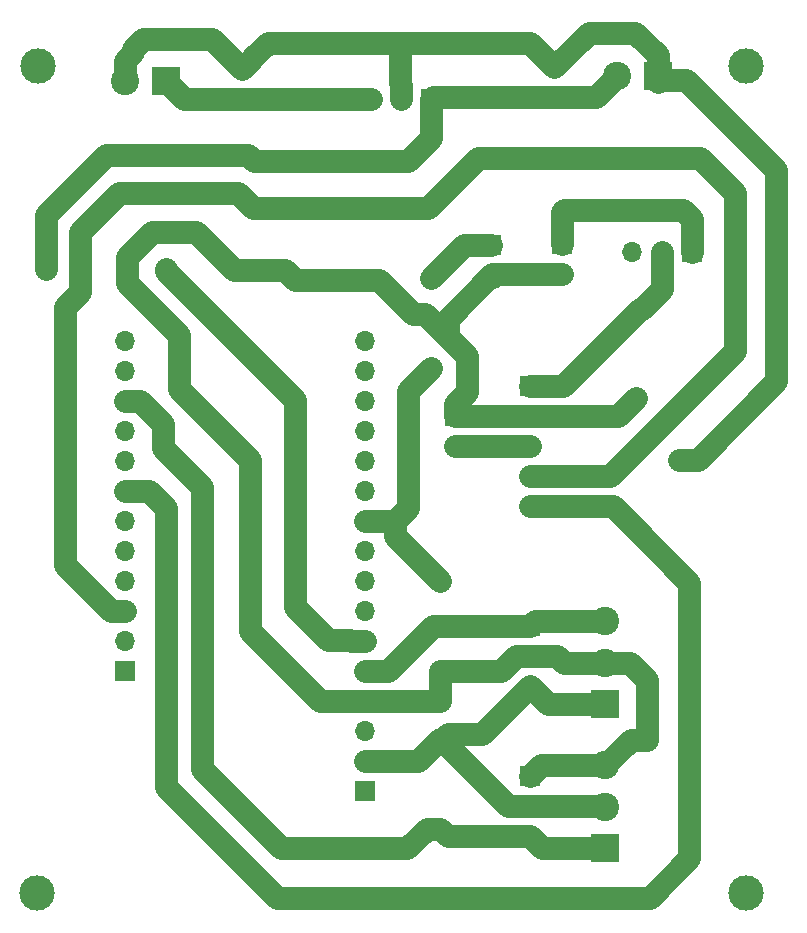
<source format=gbr>
G04 #@! TF.GenerationSoftware,KiCad,Pcbnew,5.0.2-bee76a0~70~ubuntu18.04.1*
G04 #@! TF.CreationDate,2019-07-28T23:16:02-04:00*
G04 #@! TF.ProjectId,knuth-gateway,6b6e7574-682d-4676-9174-657761792e6b,rev?*
G04 #@! TF.SameCoordinates,Original*
G04 #@! TF.FileFunction,Copper,L2,Bot*
G04 #@! TF.FilePolarity,Positive*
%FSLAX46Y46*%
G04 Gerber Fmt 4.6, Leading zero omitted, Abs format (unit mm)*
G04 Created by KiCad (PCBNEW 5.0.2-bee76a0~70~ubuntu18.04.1) date Sun 28 Jul 2019 11:16:02 PM EDT*
%MOMM*%
%LPD*%
G01*
G04 APERTURE LIST*
G04 #@! TA.AperFunction,ComponentPad*
%ADD10R,1.700000X1.700000*%
G04 #@! TD*
G04 #@! TA.AperFunction,ComponentPad*
%ADD11O,1.700000X1.700000*%
G04 #@! TD*
G04 #@! TA.AperFunction,ComponentPad*
%ADD12O,1.600000X1.600000*%
G04 #@! TD*
G04 #@! TA.AperFunction,ComponentPad*
%ADD13C,1.600000*%
G04 #@! TD*
G04 #@! TA.AperFunction,ComponentPad*
%ADD14C,2.400000*%
G04 #@! TD*
G04 #@! TA.AperFunction,ComponentPad*
%ADD15R,2.400000X2.400000*%
G04 #@! TD*
G04 #@! TA.AperFunction,ViaPad*
%ADD16C,3.000000*%
G04 #@! TD*
G04 #@! TA.AperFunction,ViaPad*
%ADD17C,1.778000*%
G04 #@! TD*
G04 #@! TA.AperFunction,Conductor*
%ADD18C,1.905000*%
G04 #@! TD*
G04 APERTURE END LIST*
D10*
G04 #@! TO.P,R_Delay1,1*
G04 #@! TO.N,GND*
X246380000Y-81280000D03*
D11*
G04 #@! TO.P,R_Delay1,2*
G04 #@! TO.N,Net-(R_Delay1-Pad2)*
X246380000Y-83820000D03*
G04 #@! TD*
D10*
G04 #@! TO.P,U4,1*
G04 #@! TO.N,SWITCHED_LOAD*
X252730000Y-78740000D03*
D11*
G04 #@! TO.P,U4,2*
G04 #@! TO.N,GND*
X252730000Y-81280000D03*
G04 #@! TO.P,U4,3*
G04 #@! TO.N,Net-(R_Delay1-Pad2)*
X252730000Y-83820000D03*
G04 #@! TO.P,U4,4*
G04 #@! TO.N,VBUS*
X252730000Y-86360000D03*
G04 #@! TO.P,U4,5*
G04 #@! TO.N,D10*
X252730000Y-88900000D03*
G04 #@! TD*
G04 #@! TO.P,1-Wire1,3*
G04 #@! TO.N,D5*
X252730000Y-116840000D03*
G04 #@! TO.P,1-Wire1,2*
G04 #@! TO.N,+3V3*
X252730000Y-114300000D03*
D10*
G04 #@! TO.P,1-Wire1,1*
G04 #@! TO.N,GND*
X252730000Y-111760000D03*
G04 #@! TD*
G04 #@! TO.P,EC-5,1*
G04 #@! TO.N,A0*
X252730000Y-99060000D03*
D11*
G04 #@! TO.P,EC-5,2*
G04 #@! TO.N,GND*
X252730000Y-101600000D03*
G04 #@! TO.P,EC-5,3*
G04 #@! TO.N,+3V3*
X252730000Y-104140000D03*
G04 #@! TD*
D10*
G04 #@! TO.P,J1,1*
G04 #@! TO.N,N/C*
X218440000Y-102870000D03*
D11*
G04 #@! TO.P,J1,2*
X218440000Y-100330000D03*
G04 #@! TO.P,J1,3*
G04 #@! TO.N,VBUS*
X218440000Y-97790000D03*
G04 #@! TO.P,J1,4*
G04 #@! TO.N,N/C*
X218440000Y-95250000D03*
G04 #@! TO.P,J1,5*
X218440000Y-92710000D03*
G04 #@! TO.P,J1,6*
X218440000Y-90170000D03*
G04 #@! TO.P,J1,7*
G04 #@! TO.N,D10*
X218440000Y-87630000D03*
G04 #@! TO.P,J1,8*
G04 #@! TO.N,N/C*
X218440000Y-85090000D03*
G04 #@! TO.P,J1,9*
X218440000Y-82550000D03*
G04 #@! TO.P,J1,10*
G04 #@! TO.N,D5*
X218440000Y-80010000D03*
G04 #@! TO.P,J1,11*
G04 #@! TO.N,N/C*
X218440000Y-77470000D03*
G04 #@! TO.P,J1,12*
X218440000Y-74930000D03*
G04 #@! TD*
D10*
G04 #@! TO.P,J2,1*
G04 #@! TO.N,N/C*
X238760000Y-113030000D03*
D11*
G04 #@! TO.P,J2,2*
G04 #@! TO.N,+3V3*
X238760000Y-110490000D03*
G04 #@! TO.P,J2,3*
G04 #@! TO.N,N/C*
X238760000Y-107950000D03*
G04 #@! TO.P,J2,4*
G04 #@! TO.N,GND*
X238760000Y-105410000D03*
G04 #@! TO.P,J2,5*
G04 #@! TO.N,A0*
X238760000Y-102870000D03*
G04 #@! TO.P,J2,6*
G04 #@! TO.N,A1*
X238760000Y-100330000D03*
G04 #@! TO.P,J2,7*
G04 #@! TO.N,N/C*
X238760000Y-97790000D03*
G04 #@! TO.P,J2,8*
X238760000Y-95250000D03*
G04 #@! TO.P,J2,9*
X238760000Y-92710000D03*
G04 #@! TO.P,J2,10*
G04 #@! TO.N,A5*
X238760000Y-90170000D03*
G04 #@! TO.P,J2,11*
G04 #@! TO.N,N/C*
X238760000Y-87630000D03*
G04 #@! TO.P,J2,12*
X238760000Y-85090000D03*
G04 #@! TO.P,J2,13*
X238760000Y-82550000D03*
G04 #@! TO.P,J2,14*
X238760000Y-80010000D03*
G04 #@! TO.P,J2,15*
X238760000Y-77470000D03*
G04 #@! TO.P,J2,16*
X238760000Y-74930000D03*
G04 #@! TD*
D10*
G04 #@! TO.P,switch1,1*
G04 #@! TO.N,LOAD*
X266395200Y-67360800D03*
D11*
G04 #@! TO.P,switch1,2*
G04 #@! TO.N,SWITCHED_LOAD*
X263855200Y-67360800D03*
G04 #@! TO.P,switch1,3*
G04 #@! TO.N,N/C*
X261315200Y-67360800D03*
G04 #@! TD*
D12*
G04 #@! TO.P,RD1,2*
G04 #@! TO.N,A5*
X244348000Y-77216000D03*
D13*
G04 #@! TO.P,RD1,1*
G04 #@! TO.N,BATT*
X244348000Y-69596000D03*
G04 #@! TD*
G04 #@! TO.P,RD2,1*
G04 #@! TO.N,A5*
X245110000Y-95250000D03*
D12*
G04 #@! TO.P,RD2,2*
G04 #@! TO.N,GND*
X245110000Y-102870000D03*
G04 #@! TD*
D13*
G04 #@! TO.P,RP1,1*
G04 #@! TO.N,D5*
X245110000Y-116205000D03*
D12*
G04 #@! TO.P,RP1,2*
G04 #@! TO.N,+3V3*
X245110000Y-108585000D03*
G04 #@! TD*
D10*
G04 #@! TO.P,J3,1*
G04 #@! TO.N,BATT*
X249428000Y-66802000D03*
D11*
G04 #@! TO.P,J3,2*
G04 #@! TO.N,GND*
X249428000Y-69342000D03*
G04 #@! TD*
G04 #@! TO.P,J4,2*
G04 #@! TO.N,GND*
X255422400Y-69291200D03*
D10*
G04 #@! TO.P,J4,1*
G04 #@! TO.N,LOAD*
X255422400Y-66751200D03*
G04 #@! TD*
D14*
G04 #@! TO.P,J5,3*
G04 #@! TO.N,GND*
X259080000Y-110856000D03*
G04 #@! TO.P,J5,2*
G04 #@! TO.N,+3V3*
X259080000Y-114356000D03*
D15*
G04 #@! TO.P,J5,1*
G04 #@! TO.N,D5*
X259080000Y-117856000D03*
G04 #@! TD*
D14*
G04 #@! TO.P,J6,3*
G04 #@! TO.N,A0*
X259080000Y-98664000D03*
G04 #@! TO.P,J6,2*
G04 #@! TO.N,GND*
X259080000Y-102164000D03*
D15*
G04 #@! TO.P,J6,1*
G04 #@! TO.N,+3V3*
X259080000Y-105664000D03*
G04 #@! TD*
D10*
G04 #@! TO.P,J7,1*
G04 #@! TO.N,EXT_BAT*
X244348000Y-54419500D03*
D11*
G04 #@! TO.P,J7,2*
G04 #@! TO.N,GND*
X241808000Y-54419500D03*
G04 #@! TO.P,J7,3*
G04 #@! TO.N,5V_OUT*
X239268000Y-54419500D03*
G04 #@! TD*
G04 #@! TO.P,J8,2*
G04 #@! TO.N,GND*
X254762000Y-51752500D03*
D10*
G04 #@! TO.P,J8,1*
G04 #@! TO.N,EXT_BAT*
X254762000Y-54292500D03*
G04 #@! TD*
G04 #@! TO.P,J9,1*
G04 #@! TO.N,5V_OUT*
X228346000Y-54419500D03*
D11*
G04 #@! TO.P,J9,2*
G04 #@! TO.N,GND*
X228346000Y-51879500D03*
G04 #@! TD*
D14*
G04 #@! TO.P,J10,2*
G04 #@! TO.N,EXT_BAT*
X260025000Y-52514500D03*
D15*
G04 #@! TO.P,J10,1*
G04 #@! TO.N,GND*
X263525000Y-52514500D03*
G04 #@! TD*
G04 #@! TO.P,J11,1*
G04 #@! TO.N,5V_OUT*
X221869000Y-52895500D03*
D14*
G04 #@! TO.P,J11,2*
G04 #@! TO.N,GND*
X218369000Y-52895500D03*
G04 #@! TD*
D13*
G04 #@! TO.P,RE1,1*
G04 #@! TO.N,EXT_BAT*
X211709000Y-68834000D03*
D12*
G04 #@! TO.P,RE1,2*
G04 #@! TO.N,A1*
X221869000Y-68834000D03*
G04 #@! TD*
G04 #@! TO.P,RE2,2*
G04 #@! TO.N,GND*
X232791000Y-69723000D03*
D13*
G04 #@! TO.P,RE2,1*
G04 #@! TO.N,A1*
X232791000Y-79883000D03*
G04 #@! TD*
D16*
G04 #@! TO.N,*
X270954500Y-121666000D03*
X210947000Y-121666000D03*
X211010500Y-51625500D03*
X271018000Y-51625500D03*
D17*
G04 #@! TO.N,GND*
X265303000Y-84963000D03*
X261683500Y-79756000D03*
G04 #@! TD*
D18*
G04 #@! TO.N,GND*
X252730000Y-81280000D02*
X246380000Y-81280000D01*
X245110000Y-105410000D02*
X245110000Y-102870000D01*
X245110000Y-105410000D02*
X238760000Y-105410000D01*
X253634000Y-110856000D02*
X252730000Y-111760000D01*
X259080000Y-110856000D02*
X253634000Y-110856000D01*
X259080000Y-102164000D02*
X261168000Y-102164000D01*
X261168000Y-102164000D02*
X262636000Y-103632000D01*
X262636000Y-103632000D02*
X262636000Y-108712000D01*
X261224000Y-108712000D02*
X259080000Y-110856000D01*
X262636000Y-108712000D02*
X261224000Y-108712000D01*
X259080000Y-102164000D02*
X255580000Y-102164000D01*
X255016000Y-101600000D02*
X252730000Y-101600000D01*
X255580000Y-102164000D02*
X255016000Y-101600000D01*
X246380000Y-80264000D02*
X247396000Y-79248000D01*
X246380000Y-81280000D02*
X246380000Y-80264000D01*
X247396000Y-79248000D02*
X247396000Y-76200000D01*
X234950000Y-105410000D02*
X238760000Y-105410000D01*
X254762000Y-51752500D02*
X253912001Y-50902501D01*
X263525000Y-52514500D02*
X263525000Y-50736500D01*
X263525000Y-50736500D02*
X261620000Y-48831500D01*
X257683000Y-48831500D02*
X254762000Y-51752500D01*
X261620000Y-48831500D02*
X257683000Y-48831500D01*
X218369000Y-51198444D02*
X219075000Y-50492444D01*
X218369000Y-52895500D02*
X218369000Y-51198444D01*
X219075000Y-50492444D02*
X219075000Y-50228500D01*
X219075000Y-50228500D02*
X219964000Y-49339500D01*
X225806000Y-49339500D02*
X228346000Y-51879500D01*
X219964000Y-49339500D02*
X225806000Y-49339500D01*
X245745000Y-73025000D02*
X249428000Y-69342000D01*
X245745000Y-74549000D02*
X245745000Y-73025000D01*
X245745000Y-74549000D02*
X243840000Y-72644000D01*
X247396000Y-76200000D02*
X245745000Y-74549000D01*
X249555000Y-69469000D02*
X249428000Y-69342000D01*
X228981000Y-99441000D02*
X228981000Y-84963000D01*
X234950000Y-105410000D02*
X228981000Y-99441000D01*
X228981000Y-84963000D02*
X223012000Y-78994000D01*
X223012000Y-78994000D02*
X223012000Y-74422000D01*
X223012000Y-74422000D02*
X218567000Y-69977000D01*
X218567000Y-69977000D02*
X218567000Y-67818000D01*
X218567000Y-67818000D02*
X220726000Y-65659000D01*
X231991001Y-68923001D02*
X232791000Y-69723000D01*
X220726000Y-65659000D02*
X220799010Y-65732010D01*
X243840000Y-72644000D02*
X242824000Y-72644000D01*
X239903000Y-69723000D02*
X232791000Y-69723000D01*
X242824000Y-72644000D02*
X239903000Y-69723000D01*
X252730000Y-81280000D02*
X259334000Y-81280000D01*
X231991001Y-68923001D02*
X227673001Y-68923001D01*
X224409000Y-65659000D02*
X220726000Y-65659000D01*
X227673001Y-68923001D02*
X224409000Y-65659000D01*
X263525000Y-53022500D02*
X263525000Y-52514500D01*
X251527919Y-101600000D02*
X250257919Y-102870000D01*
X252730000Y-101600000D02*
X251527919Y-101600000D01*
X250257919Y-102870000D02*
X245110000Y-102870000D01*
X229195999Y-51029501D02*
X229195999Y-50966001D01*
X228346000Y-51879500D02*
X229195999Y-51029501D01*
X229195999Y-50966001D02*
X230505000Y-49657000D01*
X252666500Y-49657000D02*
X254762000Y-51752500D01*
X241681000Y-53090419D02*
X241681000Y-49657000D01*
X230505000Y-49657000D02*
X241681000Y-49657000D01*
X241808000Y-53217419D02*
X241681000Y-53090419D01*
X241808000Y-54419500D02*
X241808000Y-53217419D01*
X241681000Y-49657000D02*
X252666500Y-49657000D01*
X259334000Y-81280000D02*
X260159500Y-81280000D01*
X260159500Y-81280000D02*
X261683500Y-79756000D01*
X265303000Y-84963000D02*
X266928600Y-84963000D01*
X266928600Y-84963000D02*
X273558000Y-78333600D01*
X273558000Y-78333600D02*
X273558000Y-60452000D01*
X273558000Y-60452000D02*
X265938000Y-52832000D01*
X263842500Y-52832000D02*
X263525000Y-52514500D01*
X265938000Y-52832000D02*
X263842500Y-52832000D01*
X249478800Y-69291200D02*
X249428000Y-69342000D01*
X255422400Y-69291200D02*
X249478800Y-69291200D01*
G04 #@! TO.N,Net-(R_Delay1-Pad2)*
X252730000Y-83820000D02*
X246380000Y-83820000D01*
G04 #@! TO.N,+3V3*
X243205000Y-110490000D02*
X245110000Y-108585000D01*
X238760000Y-110490000D02*
X243205000Y-110490000D01*
X252730000Y-114300000D02*
X250825000Y-114300000D01*
X252730000Y-104140000D02*
X248666000Y-108204000D01*
X245745000Y-108204000D02*
X245237000Y-108712000D01*
X248666000Y-108204000D02*
X245745000Y-108204000D01*
X250825000Y-114300000D02*
X245237000Y-108712000D01*
X245237000Y-108712000D02*
X245110000Y-108585000D01*
X259024000Y-114300000D02*
X259080000Y-114356000D01*
X252730000Y-114300000D02*
X259024000Y-114300000D01*
X254254000Y-105664000D02*
X252730000Y-104140000D01*
X259080000Y-105664000D02*
X254254000Y-105664000D01*
G04 #@! TO.N,D5*
X253746000Y-117856000D02*
X252730000Y-116840000D01*
X259080000Y-117856000D02*
X253746000Y-117856000D01*
X245745000Y-116840000D02*
X245110000Y-116205000D01*
X252730000Y-116840000D02*
X245745000Y-116840000D01*
X221615000Y-81915000D02*
X219710000Y-80010000D01*
X221615000Y-83947000D02*
X221615000Y-81915000D01*
X219710000Y-80010000D02*
X218440000Y-80010000D01*
X243967000Y-116205000D02*
X242316000Y-117856000D01*
X231648000Y-117856000D02*
X224917000Y-111125000D01*
X242316000Y-117856000D02*
X231648000Y-117856000D01*
X245110000Y-116205000D02*
X243967000Y-116205000D01*
X224917000Y-87249000D02*
X221615000Y-83947000D01*
X224917000Y-111125000D02*
X224917000Y-87249000D01*
G04 #@! TO.N,A0*
X240665000Y-102870000D02*
X238760000Y-102870000D01*
X252730000Y-99060000D02*
X244475000Y-99060000D01*
X244475000Y-99060000D02*
X240665000Y-102870000D01*
X253126000Y-98664000D02*
X252730000Y-99060000D01*
X259080000Y-98664000D02*
X253126000Y-98664000D01*
G04 #@! TO.N,D10*
X259715000Y-88900000D02*
X252730000Y-88900000D01*
X262255000Y-91440000D02*
X260731000Y-89916000D01*
X260731000Y-89916000D02*
X259715000Y-88900000D01*
X218440000Y-87630000D02*
X220472000Y-87630000D01*
X220472000Y-87630000D02*
X221869000Y-89027000D01*
X221869000Y-112649000D02*
X224663000Y-115443000D01*
X221869000Y-89027000D02*
X221869000Y-112649000D01*
X223520000Y-114300000D02*
X224663000Y-115443000D01*
X231267000Y-122047000D02*
X230378000Y-121158000D01*
X266192000Y-95377000D02*
X266192000Y-118681500D01*
X224663000Y-115443000D02*
X230378000Y-121158000D01*
X260731000Y-89916000D02*
X266192000Y-95377000D01*
X266192000Y-118681500D02*
X262826500Y-122047000D01*
X262826500Y-122047000D02*
X231267000Y-122047000D01*
G04 #@! TO.N,A5*
X241300000Y-90170000D02*
X238760000Y-90170000D01*
X242405001Y-89064999D02*
X241300000Y-90170000D01*
X241300000Y-91440000D02*
X245110000Y-95250000D01*
X241300000Y-90170000D02*
X241300000Y-91440000D01*
X242405001Y-79158999D02*
X244348000Y-77216000D01*
X242405001Y-89064999D02*
X242405001Y-79158999D01*
G04 #@! TO.N,VBUS*
X217932000Y-62357000D02*
X224282000Y-62357000D01*
X223393000Y-62357000D02*
X224282000Y-62357000D01*
X217237919Y-97790000D02*
X213360000Y-93912081D01*
X214630000Y-65659000D02*
X217932000Y-62357000D01*
X214630000Y-70739000D02*
X214630000Y-65659000D01*
X213360000Y-93912081D02*
X213360000Y-72009000D01*
X218440000Y-97790000D02*
X217237919Y-97790000D01*
X213360000Y-72009000D02*
X214630000Y-70739000D01*
X229235000Y-63627000D02*
X227965000Y-62357000D01*
X244094000Y-63627000D02*
X229235000Y-63627000D01*
X270052800Y-75793600D02*
X270052800Y-62433200D01*
X267055600Y-59436000D02*
X248285000Y-59436000D01*
X259461000Y-86360000D02*
X268160500Y-77660500D01*
X252730000Y-86360000D02*
X259461000Y-86360000D01*
X268160500Y-77660500D02*
X268185900Y-77660500D01*
X268185900Y-77660500D02*
X270052800Y-75793600D01*
X227965000Y-62357000D02*
X224282000Y-62357000D01*
X248285000Y-59436000D02*
X244094000Y-63627000D01*
X270052800Y-62433200D02*
X267055600Y-59436000D01*
G04 #@! TO.N,BATT*
X247142000Y-66802000D02*
X244348000Y-69596000D01*
X249428000Y-66802000D02*
X247142000Y-66802000D01*
G04 #@! TO.N,LOAD*
X255563000Y-63855600D02*
X255422400Y-63996200D01*
X265645000Y-63855600D02*
X255563000Y-63855600D01*
X255422400Y-63996200D02*
X255422400Y-66751200D01*
X266395200Y-64605800D02*
X265645000Y-63855600D01*
X266395200Y-67360800D02*
X266395200Y-64605800D01*
G04 #@! TO.N,SWITCHED_LOAD*
X255485000Y-78740000D02*
X252730000Y-78740000D01*
X262001000Y-72224000D02*
X255485000Y-78740000D01*
X262001000Y-72224000D02*
X262141600Y-72224000D01*
X263855200Y-70510400D02*
X263855200Y-67360800D01*
X262141600Y-72224000D02*
X263855200Y-70510400D01*
G04 #@! TO.N,A1*
X237557919Y-100330000D02*
X237430919Y-100203000D01*
X238760000Y-100330000D02*
X237557919Y-100330000D01*
X237430919Y-100203000D02*
X236982000Y-100203000D01*
X221869000Y-68961000D02*
X232791000Y-79883000D01*
X221869000Y-68834000D02*
X221869000Y-68961000D01*
X237430919Y-100203000D02*
X235585000Y-100203000D01*
X232791000Y-97409000D02*
X232791000Y-79883000D01*
X235585000Y-100203000D02*
X232791000Y-97409000D01*
G04 #@! TO.N,EXT_BAT*
X244475000Y-54292500D02*
X244348000Y-54419500D01*
X254762000Y-54292500D02*
X244475000Y-54292500D01*
X258247000Y-54292500D02*
X260025000Y-52514500D01*
X254762000Y-54292500D02*
X258247000Y-54292500D01*
X216789000Y-59182000D02*
X211709000Y-64262000D01*
X211709000Y-64262000D02*
X211709000Y-68834000D01*
X228854000Y-59182000D02*
X216789000Y-59182000D01*
X244348000Y-57721500D02*
X244348000Y-54419500D01*
X242404000Y-59665500D02*
X244348000Y-57721500D01*
X229337500Y-59665500D02*
X228854000Y-59182000D01*
X242404000Y-59665500D02*
X229337500Y-59665500D01*
G04 #@! TO.N,5V_OUT*
X223393000Y-54419500D02*
X228346000Y-54419500D01*
X221869000Y-52895500D02*
X223393000Y-54419500D01*
X239268000Y-54419500D02*
X228346000Y-54419500D01*
G04 #@! TD*
M02*

</source>
